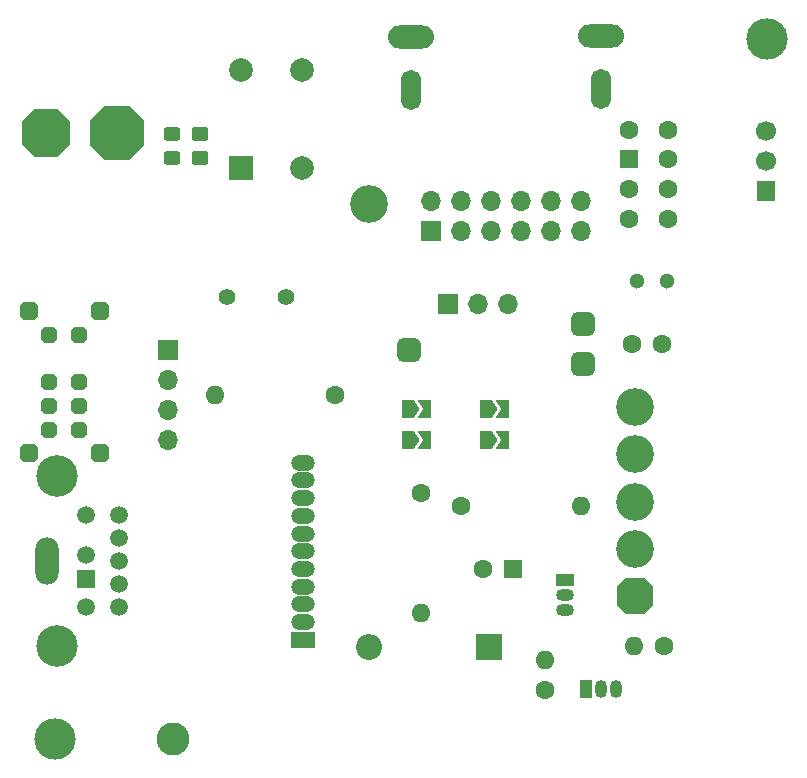
<source format=gts>
%TF.GenerationSoftware,KiCad,Pcbnew,(6.0.1)*%
%TF.CreationDate,2022-02-25T19:20:15-07:00*%
%TF.ProjectId,Power PCB Ver C -  TH - RF is 9 Pin Genesis Port,506f7765-7220-4504-9342-205665722043,rev?*%
%TF.SameCoordinates,Original*%
%TF.FileFunction,Soldermask,Top*%
%TF.FilePolarity,Negative*%
%FSLAX46Y46*%
G04 Gerber Fmt 4.6, Leading zero omitted, Abs format (unit mm)*
G04 Created by KiCad (PCBNEW (6.0.1)) date 2022-02-25 19:20:15*
%MOMM*%
%LPD*%
G01*
G04 APERTURE LIST*
G04 Aperture macros list*
%AMRoundRect*
0 Rectangle with rounded corners*
0 $1 Rounding radius*
0 $2 $3 $4 $5 $6 $7 $8 $9 X,Y pos of 4 corners*
0 Add a 4 corners polygon primitive as box body*
4,1,4,$2,$3,$4,$5,$6,$7,$8,$9,$2,$3,0*
0 Add four circle primitives for the rounded corners*
1,1,$1+$1,$2,$3*
1,1,$1+$1,$4,$5*
1,1,$1+$1,$6,$7*
1,1,$1+$1,$8,$9*
0 Add four rect primitives between the rounded corners*
20,1,$1+$1,$2,$3,$4,$5,0*
20,1,$1+$1,$4,$5,$6,$7,0*
20,1,$1+$1,$6,$7,$8,$9,0*
20,1,$1+$1,$8,$9,$2,$3,0*%
%AMOutline5P*
0 Free polygon, 5 corners , with rotation*
0 The origin of the aperture is its center*
0 number of corners: always 5*
0 $1 to $10 corner X, Y*
0 $11 Rotation angle, in degrees counterclockwise*
0 create outline with 5 corners*
4,1,5,$1,$2,$3,$4,$5,$6,$7,$8,$9,$10,$1,$2,$11*%
%AMOutline6P*
0 Free polygon, 6 corners , with rotation*
0 The origin of the aperture is its center*
0 number of corners: always 6*
0 $1 to $12 corner X, Y*
0 $13 Rotation angle, in degrees counterclockwise*
0 create outline with 6 corners*
4,1,6,$1,$2,$3,$4,$5,$6,$7,$8,$9,$10,$11,$12,$1,$2,$13*%
%AMOutline7P*
0 Free polygon, 7 corners , with rotation*
0 The origin of the aperture is its center*
0 number of corners: always 7*
0 $1 to $14 corner X, Y*
0 $15 Rotation angle, in degrees counterclockwise*
0 create outline with 7 corners*
4,1,7,$1,$2,$3,$4,$5,$6,$7,$8,$9,$10,$11,$12,$13,$14,$1,$2,$15*%
%AMOutline8P*
0 Free polygon, 8 corners , with rotation*
0 The origin of the aperture is its center*
0 number of corners: always 8*
0 $1 to $16 corner X, Y*
0 $17 Rotation angle, in degrees counterclockwise*
0 create outline with 8 corners*
4,1,8,$1,$2,$3,$4,$5,$6,$7,$8,$9,$10,$11,$12,$13,$14,$15,$16,$1,$2,$17*%
%AMFreePoly0*
4,1,6,1.000000,0.000000,0.500000,-0.750000,-0.500000,-0.750000,-0.500000,0.750000,0.500000,0.750000,1.000000,0.000000,1.000000,0.000000,$1*%
%AMFreePoly1*
4,1,6,0.500000,-0.750000,-0.650000,-0.750000,-0.150000,0.000000,-0.650000,0.750000,0.500000,0.750000,0.500000,-0.750000,0.500000,-0.750000,$1*%
G04 Aperture macros list end*
%ADD10C,1.600000*%
%ADD11O,1.600000X1.600000*%
%ADD12RoundRect,0.500000X-0.500000X-0.500000X0.500000X-0.500000X0.500000X0.500000X-0.500000X0.500000X0*%
%ADD13R,1.599997X1.700000*%
%ADD14C,1.700000*%
%ADD15R,1.700000X1.700000*%
%ADD16O,1.700000X1.700000*%
%ADD17Outline8P,-2.250000X1.125000X-1.125000X2.250000X1.125000X2.250000X2.250000X1.125000X2.250000X-1.125000X1.125000X-2.250000X-1.125000X-2.250000X-2.250000X-1.125000X0.000000*%
%ADD18Outline8P,-2.000000X1.000000X-1.000000X2.000000X1.000000X2.000000X2.000000X1.000000X2.000000X-1.000000X1.000000X-2.000000X-1.000000X-2.000000X-2.000000X-1.000000X0.000000*%
%ADD19FreePoly0,0.000000*%
%ADD20FreePoly1,0.000000*%
%ADD21R,2.000000X1.350000*%
%ADD22O,2.000000X1.350000*%
%ADD23R,1.508000X1.508000*%
%ADD24C,1.508000*%
%ADD25C,3.516000*%
%ADD26O,2.000000X4.000000*%
%ADD27R,1.050000X1.500000*%
%ADD28O,1.050000X1.500000*%
%ADD29RoundRect,0.250000X-0.450000X0.350000X-0.450000X-0.350000X0.450000X-0.350000X0.450000X0.350000X0*%
%ADD30R,1.600000X1.600000*%
%ADD31R,2.200000X2.200000*%
%ADD32O,2.200000X2.200000*%
%ADD33R,2.000000X2.000000*%
%ADD34C,2.000000*%
%ADD35O,3.900000X1.950000*%
%ADD36O,1.700000X3.400000*%
%ADD37C,3.500000*%
%ADD38R,1.500000X1.050000*%
%ADD39O,1.500000X1.050000*%
%ADD40C,3.200000*%
%ADD41Outline8P,-1.550000X0.775000X-0.775000X1.550000X0.775000X1.550000X1.550000X0.775000X1.550000X-0.775000X0.775000X-1.550000X-0.775000X-1.550000X-1.550000X-0.775000X90.000000*%
%ADD42C,1.400000*%
%ADD43C,2.800000*%
%ADD44C,1.300000*%
%ADD45Outline8P,-0.700000X0.350000X-0.350000X0.700000X0.350000X0.700000X0.700000X0.350000X0.700000X-0.350000X0.350000X-0.700000X-0.350000X-0.700000X-0.700000X-0.350000X270.000000*%
%ADD46Outline8P,-0.800000X0.400000X-0.400000X0.800000X0.400000X0.800000X0.800000X0.400000X0.800000X-0.400000X0.400000X-0.800000X-0.400000X-0.800000X-0.800000X-0.400000X270.000000*%
%ADD47Outline8P,-0.800000X0.400000X-0.400000X0.800000X0.400000X0.800000X0.800000X0.400000X0.800000X-0.400000X0.400000X-0.800000X-0.400000X-0.800000X-0.800000X-0.400000X90.000000*%
%ADD48RoundRect,0.250000X0.450000X-0.325000X0.450000X0.325000X-0.450000X0.325000X-0.450000X-0.325000X0*%
G04 APERTURE END LIST*
D10*
%TO.C,R1*%
X171716100Y-128573600D03*
D11*
X169176100Y-128573600D03*
%TD*%
D12*
%TO.C,J12*%
X150096100Y-103483600D03*
%TD*%
D13*
%TO.C,U1*%
X180388100Y-90053600D03*
D14*
X180388100Y-87513600D03*
X180388100Y-84973600D03*
%TD*%
D12*
%TO.C,J10*%
X164826100Y-104693600D03*
%TD*%
D15*
%TO.C,J6*%
X151976100Y-93418600D03*
D16*
X151976100Y-90878600D03*
X154516100Y-93418600D03*
X154516100Y-90878600D03*
X157056100Y-93418600D03*
X157056100Y-90878600D03*
X159596100Y-93418600D03*
X159596100Y-90878600D03*
X162136100Y-93418600D03*
X162136100Y-90878600D03*
X164676100Y-93418600D03*
X164676100Y-90878600D03*
%TD*%
D17*
%TO.C,J1*%
X125426102Y-85113598D03*
D18*
X119426100Y-85113598D03*
%TD*%
D19*
%TO.C,RJV-EXT1*%
X150029850Y-108488600D03*
D20*
X151479850Y-108488600D03*
%TD*%
D15*
%TO.C,J4*%
X129716100Y-103443600D03*
D16*
X129716100Y-105983600D03*
X129716100Y-108523600D03*
X129716100Y-111063600D03*
%TD*%
D12*
%TO.C,J11*%
X164826100Y-101293600D03*
%TD*%
D21*
%TO.C,J3*%
X141126100Y-128018600D03*
D22*
X141126100Y-126518600D03*
X141126100Y-125018600D03*
X141126100Y-123518600D03*
X141126100Y-122018600D03*
X141126100Y-120518600D03*
X141126100Y-119018600D03*
X141126100Y-117518600D03*
X141126100Y-116018600D03*
X141126100Y-114518600D03*
X141126100Y-113018600D03*
%TD*%
D23*
%TO.C,J20*%
X122802100Y-122827600D03*
D24*
X122802100Y-120827600D03*
X122802100Y-125227600D03*
X125602100Y-123277600D03*
X125602100Y-121327600D03*
X122802100Y-117427600D03*
X125602100Y-125227600D03*
X125602100Y-119377600D03*
X125602100Y-117427600D03*
D25*
X120352100Y-128552600D03*
X120352100Y-114102600D03*
D26*
X119452100Y-121327600D03*
%TD*%
D15*
%TO.C,J16*%
X153436100Y-99586100D03*
D16*
X155976100Y-99586100D03*
X158516100Y-99586100D03*
%TD*%
D27*
%TO.C,Q1*%
X165126100Y-132143600D03*
D28*
X166396100Y-132143600D03*
X167666100Y-132143600D03*
%TD*%
D29*
%TO.C,R5*%
X132456100Y-85203600D03*
X132456100Y-87203600D03*
%TD*%
D30*
%TO.C,C8*%
X158926100Y-122018600D03*
D10*
X156426100Y-122018600D03*
%TD*%
D31*
%TO.C,D2*%
X156926100Y-128593600D03*
D32*
X146766100Y-128593600D03*
%TD*%
D10*
%TO.C,R6*%
X143836100Y-107303600D03*
D11*
X133676100Y-107303600D03*
%TD*%
D33*
%TO.C,D1*%
X135926100Y-88036100D03*
D34*
X141026100Y-88036100D03*
X141026100Y-79786100D03*
X135926100Y-79786100D03*
%TD*%
D35*
%TO.C,J17*%
X166418100Y-76877600D03*
D36*
X166418100Y-81377600D03*
%TD*%
D10*
%TO.C,C5*%
X172096100Y-84843600D03*
X172096100Y-87343600D03*
%TD*%
D37*
%TO.C,*%
X180476100Y-77113600D03*
%TD*%
%TO.C,*%
X120126100Y-136393600D03*
%TD*%
D38*
%TO.C,Q2*%
X163376100Y-122968600D03*
D39*
X163376100Y-124238600D03*
X163376100Y-125508600D03*
%TD*%
D40*
%TO.C,J2*%
X169226100Y-116313600D03*
X169226100Y-108313600D03*
X169226100Y-120313600D03*
X169226100Y-112313597D03*
D41*
X169226100Y-124313600D03*
%TD*%
D19*
%TO.C,RJA-EXT1*%
X156644850Y-108468600D03*
D20*
X158094850Y-108468600D03*
%TD*%
D30*
%TO.C,C7*%
X168716100Y-87338600D03*
D10*
X168716100Y-84838600D03*
%TD*%
D40*
%TO.C,GND*%
X146756100Y-91113600D03*
%TD*%
D19*
%TO.C,RJA-INT1*%
X156644850Y-111068600D03*
D20*
X158094850Y-111068600D03*
%TD*%
D42*
%TO.C,C1*%
X134708100Y-99013598D03*
X139708100Y-99013598D03*
%TD*%
D43*
%TO.C,*%
X130126100Y-136393600D03*
%TD*%
D44*
%TO.C,C3*%
X171935300Y-97640600D03*
X169435300Y-97640600D03*
%TD*%
D10*
%TO.C,R3*%
X154546100Y-116693600D03*
D11*
X164706100Y-116693600D03*
%TD*%
D10*
%TO.C,C2*%
X171548900Y-102988800D03*
X169048900Y-102988800D03*
%TD*%
D35*
%TO.C,J18*%
X150272100Y-76971600D03*
D36*
X150272100Y-81471600D03*
%TD*%
D10*
%TO.C,C6*%
X168746100Y-92363600D03*
X168746100Y-89863600D03*
%TD*%
%TO.C,C4*%
X172096100Y-92353600D03*
X172096100Y-89853600D03*
%TD*%
D19*
%TO.C,RJV-INT1*%
X150029850Y-111088600D03*
D20*
X151479850Y-111088600D03*
%TD*%
D10*
%TO.C,R2*%
X161676100Y-132233600D03*
D11*
X161676100Y-129693600D03*
%TD*%
D10*
%TO.C,R4*%
X151126100Y-115593600D03*
D11*
X151126100Y-125753600D03*
%TD*%
D45*
%TO.C,SW1*%
X122176100Y-102213600D03*
X119676100Y-106213600D03*
X119676100Y-108213600D03*
X119676100Y-110213600D03*
X122176100Y-106213600D03*
X122176100Y-108213600D03*
X122176100Y-110213600D03*
X119676100Y-102213600D03*
D46*
X117926100Y-100213600D03*
D47*
X117926100Y-112213600D03*
X123926100Y-112213600D03*
D46*
X123926100Y-100213600D03*
%TD*%
D48*
%TO.C,D3*%
X130036100Y-87228600D03*
X130036100Y-85178600D03*
%TD*%
M02*

</source>
